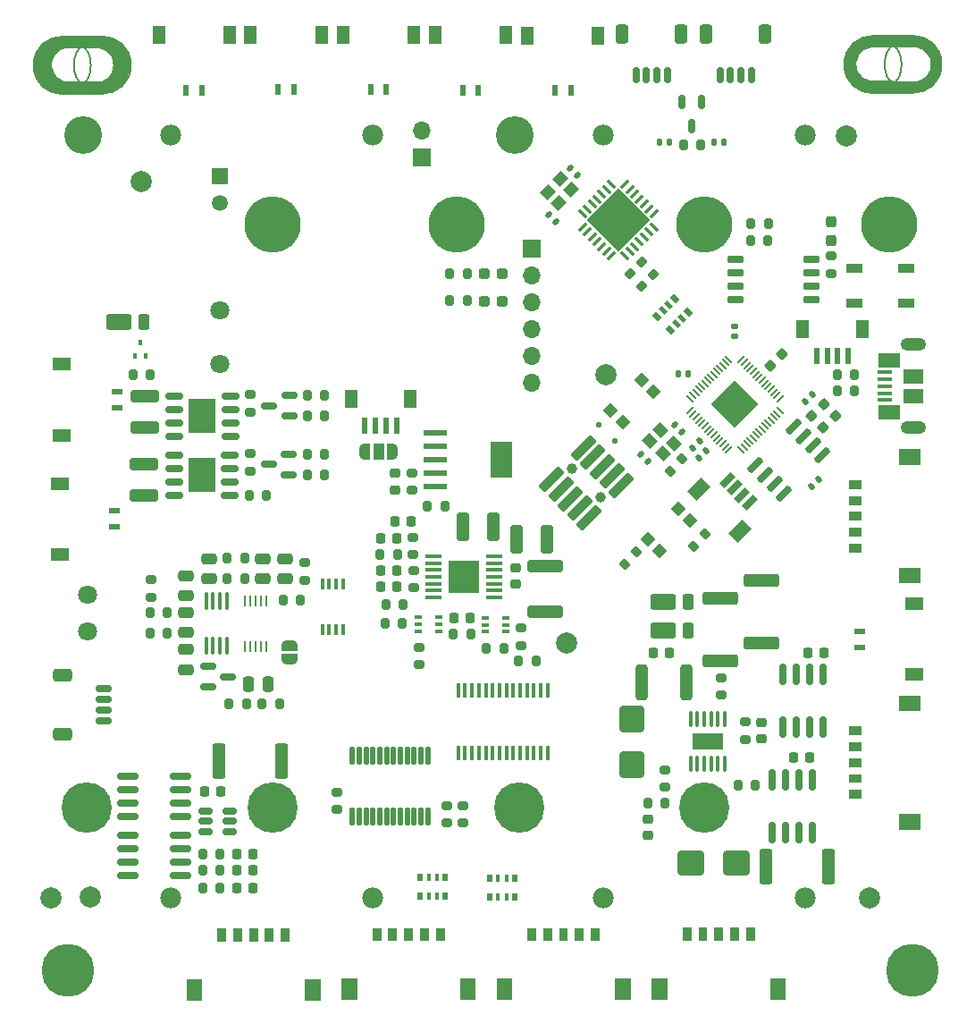
<source format=gbr>
%TF.GenerationSoftware,KiCad,Pcbnew,7.0.1*%
%TF.CreationDate,2023-12-10T19:02:08-07:00*%
%TF.ProjectId,Battery_Board_V3,42617474-6572-4795-9f42-6f6172645f56,rev?*%
%TF.SameCoordinates,Original*%
%TF.FileFunction,Soldermask,Top*%
%TF.FilePolarity,Negative*%
%FSLAX46Y46*%
G04 Gerber Fmt 4.6, Leading zero omitted, Abs format (unit mm)*
G04 Created by KiCad (PCBNEW 7.0.1) date 2023-12-10 19:02:08*
%MOMM*%
%LPD*%
G01*
G04 APERTURE LIST*
G04 Aperture macros list*
%AMRoundRect*
0 Rectangle with rounded corners*
0 $1 Rounding radius*
0 $2 $3 $4 $5 $6 $7 $8 $9 X,Y pos of 4 corners*
0 Add a 4 corners polygon primitive as box body*
4,1,4,$2,$3,$4,$5,$6,$7,$8,$9,$2,$3,0*
0 Add four circle primitives for the rounded corners*
1,1,$1+$1,$2,$3*
1,1,$1+$1,$4,$5*
1,1,$1+$1,$6,$7*
1,1,$1+$1,$8,$9*
0 Add four rect primitives between the rounded corners*
20,1,$1+$1,$2,$3,$4,$5,0*
20,1,$1+$1,$4,$5,$6,$7,0*
20,1,$1+$1,$6,$7,$8,$9,0*
20,1,$1+$1,$8,$9,$2,$3,0*%
%AMRotRect*
0 Rectangle, with rotation*
0 The origin of the aperture is its center*
0 $1 length*
0 $2 width*
0 $3 Rotation angle, in degrees counterclockwise*
0 Add horizontal line*
21,1,$1,$2,0,0,$3*%
%AMFreePoly0*
4,1,19,0.550000,-0.750000,0.000000,-0.750000,0.000000,-0.744911,-0.071157,-0.744911,-0.207708,-0.704816,-0.327430,-0.627875,-0.420627,-0.520320,-0.479746,-0.390866,-0.500000,-0.250000,-0.500000,0.250000,-0.479746,0.390866,-0.420627,0.520320,-0.327430,0.627875,-0.207708,0.704816,-0.071157,0.744911,0.000000,0.744911,0.000000,0.750000,0.550000,0.750000,0.550000,-0.750000,0.550000,-0.750000,
$1*%
%AMFreePoly1*
4,1,19,0.000000,0.744911,0.071157,0.744911,0.207708,0.704816,0.327430,0.627875,0.420627,0.520320,0.479746,0.390866,0.500000,0.250000,0.500000,-0.250000,0.479746,-0.390866,0.420627,-0.520320,0.327430,-0.627875,0.207708,-0.704816,0.071157,-0.744911,0.000000,-0.744911,0.000000,-0.750000,-0.550000,-0.750000,-0.550000,0.750000,0.000000,0.750000,0.000000,0.744911,0.000000,0.744911,
$1*%
%AMFreePoly2*
4,1,19,0.500000,-0.750000,0.000000,-0.750000,0.000000,-0.744911,-0.071157,-0.744911,-0.207708,-0.704816,-0.327430,-0.627875,-0.420627,-0.520320,-0.479746,-0.390866,-0.500000,-0.250000,-0.500000,0.250000,-0.479746,0.390866,-0.420627,0.520320,-0.327430,0.627875,-0.207708,0.704816,-0.071157,0.744911,0.000000,0.744911,0.000000,0.750000,0.500000,0.750000,0.500000,-0.750000,0.500000,-0.750000,
$1*%
%AMFreePoly3*
4,1,19,0.000000,0.744911,0.071157,0.744911,0.207708,0.704816,0.327430,0.627875,0.420627,0.520320,0.479746,0.390866,0.500000,0.250000,0.500000,-0.250000,0.479746,-0.390866,0.420627,-0.520320,0.327430,-0.627875,0.207708,-0.704816,0.071157,-0.744911,0.000000,-0.744911,0.000000,-0.750000,-0.500000,-0.750000,-0.500000,0.750000,0.000000,0.750000,0.000000,0.744911,0.000000,0.744911,
$1*%
G04 Aperture macros list end*
%ADD10C,0.150000*%
%ADD11C,0.010000*%
%ADD12RotRect,0.800000X0.500000X135.000000*%
%ADD13RotRect,0.800000X0.400000X135.000000*%
%ADD14R,0.500000X0.800000*%
%ADD15R,0.400000X0.800000*%
%ADD16RoundRect,0.200000X0.275000X-0.200000X0.275000X0.200000X-0.275000X0.200000X-0.275000X-0.200000X0*%
%ADD17RotRect,0.600000X1.550000X135.000000*%
%ADD18RotRect,1.200000X1.800000X135.000000*%
%ADD19C,5.000000*%
%ADD20RoundRect,0.225000X-0.225000X-0.250000X0.225000X-0.250000X0.225000X0.250000X-0.225000X0.250000X0*%
%ADD21C,2.000000*%
%ADD22R,1.500000X0.900000*%
%ADD23RoundRect,0.150000X0.825000X0.150000X-0.825000X0.150000X-0.825000X-0.150000X0.825000X-0.150000X0*%
%ADD24R,0.650000X0.400000*%
%ADD25RoundRect,0.200000X-0.200000X-0.275000X0.200000X-0.275000X0.200000X0.275000X-0.200000X0.275000X0*%
%ADD26RoundRect,0.150000X0.662500X0.150000X-0.662500X0.150000X-0.662500X-0.150000X0.662500X-0.150000X0*%
%ADD27R,2.514000X3.200000*%
%ADD28RoundRect,0.150000X-0.512500X-0.150000X0.512500X-0.150000X0.512500X0.150000X-0.512500X0.150000X0*%
%ADD29RoundRect,0.140000X-0.021213X0.219203X-0.219203X0.021213X0.021213X-0.219203X0.219203X-0.021213X0*%
%ADD30R,0.600000X1.000000*%
%ADD31R,1.250000X1.800000*%
%ADD32RoundRect,0.140000X-0.219203X-0.021213X-0.021213X-0.219203X0.219203X0.021213X0.021213X0.219203X0*%
%ADD33RoundRect,0.200000X0.200000X0.275000X-0.200000X0.275000X-0.200000X-0.275000X0.200000X-0.275000X0*%
%ADD34RoundRect,0.250000X0.275000X0.500000X-0.275000X0.500000X-0.275000X-0.500000X0.275000X-0.500000X0*%
%ADD35RoundRect,0.250000X0.950000X0.500000X-0.950000X0.500000X-0.950000X-0.500000X0.950000X-0.500000X0*%
%ADD36RoundRect,0.225000X-0.250000X0.225000X-0.250000X-0.225000X0.250000X-0.225000X0.250000X0.225000X0*%
%ADD37RoundRect,0.200000X0.335876X0.053033X0.053033X0.335876X-0.335876X-0.053033X-0.053033X-0.335876X0*%
%ADD38RoundRect,0.225000X0.250000X-0.225000X0.250000X0.225000X-0.250000X0.225000X-0.250000X-0.225000X0*%
%ADD39RoundRect,0.250000X-0.475000X0.250000X-0.475000X-0.250000X0.475000X-0.250000X0.475000X0.250000X0*%
%ADD40RoundRect,0.150000X0.150000X-0.825000X0.150000X0.825000X-0.150000X0.825000X-0.150000X-0.825000X0*%
%ADD41R,2.200000X0.600000*%
%ADD42R,2.150000X3.450000*%
%ADD43RoundRect,0.150000X0.406586X0.618718X-0.618718X-0.406586X-0.406586X-0.618718X0.618718X0.406586X0*%
%ADD44RoundRect,0.050800X0.000000X0.636396X-0.636396X0.000000X0.000000X-0.636396X0.636396X0.000000X0*%
%ADD45RoundRect,0.050800X0.000000X-0.636396X0.636396X0.000000X0.000000X0.636396X-0.636396X0.000000X0*%
%ADD46RoundRect,0.020500X0.184500X-0.764500X0.184500X0.764500X-0.184500X0.764500X-0.184500X-0.764500X0*%
%ADD47RoundRect,0.150000X0.587500X0.150000X-0.587500X0.150000X-0.587500X-0.150000X0.587500X-0.150000X0*%
%ADD48RoundRect,0.250000X0.362500X1.425000X-0.362500X1.425000X-0.362500X-1.425000X0.362500X-1.425000X0*%
%ADD49R,1.700000X1.700000*%
%ADD50O,1.700000X1.700000*%
%ADD51RoundRect,0.150000X0.150000X0.625000X-0.150000X0.625000X-0.150000X-0.625000X0.150000X-0.625000X0*%
%ADD52RoundRect,0.250000X0.350000X0.650000X-0.350000X0.650000X-0.350000X-0.650000X0.350000X-0.650000X0*%
%ADD53C,1.800000*%
%ADD54R,3.000000X3.100000*%
%ADD55RoundRect,0.100000X-0.687500X-0.100000X0.687500X-0.100000X0.687500X0.100000X-0.687500X0.100000X0*%
%ADD56RoundRect,0.200000X0.053033X-0.335876X0.335876X-0.053033X-0.053033X0.335876X-0.335876X0.053033X0*%
%ADD57RoundRect,0.237500X-0.237500X0.287500X-0.237500X-0.287500X0.237500X-0.287500X0.237500X0.287500X0*%
%ADD58RoundRect,0.250000X-0.362500X-1.425000X0.362500X-1.425000X0.362500X1.425000X-0.362500X1.425000X0*%
%ADD59RoundRect,0.250000X-1.000000X-0.900000X1.000000X-0.900000X1.000000X0.900000X-1.000000X0.900000X0*%
%ADD60RoundRect,0.140000X0.219203X0.021213X0.021213X0.219203X-0.219203X-0.021213X-0.021213X-0.219203X0*%
%ADD61RoundRect,0.125000X0.176777X0.000000X0.000000X0.176777X-0.176777X0.000000X0.000000X-0.176777X0*%
%ADD62RoundRect,0.150000X-0.150000X0.512500X-0.150000X-0.512500X0.150000X-0.512500X0.150000X0.512500X0*%
%ADD63RoundRect,0.150000X-0.150000X0.825000X-0.150000X-0.825000X0.150000X-0.825000X0.150000X0.825000X0*%
%ADD64RoundRect,0.200000X-0.053033X0.335876X-0.335876X0.053033X0.053033X-0.335876X0.335876X-0.053033X0*%
%ADD65RoundRect,0.237500X-0.287500X-0.237500X0.287500X-0.237500X0.287500X0.237500X-0.287500X0.237500X0*%
%ADD66R,0.400000X0.510000*%
%ADD67RoundRect,0.250000X-1.425000X0.362500X-1.425000X-0.362500X1.425000X-0.362500X1.425000X0.362500X0*%
%ADD68RoundRect,0.200000X-0.275000X0.200000X-0.275000X-0.200000X0.275000X-0.200000X0.275000X0.200000X0*%
%ADD69RoundRect,0.100000X0.100000X-0.712500X0.100000X0.712500X-0.100000X0.712500X-0.100000X-0.712500X0*%
%ADD70RoundRect,0.250000X0.325000X1.100000X-0.325000X1.100000X-0.325000X-1.100000X0.325000X-1.100000X0*%
%ADD71R,0.450000X1.475000*%
%ADD72RoundRect,0.225000X0.225000X0.250000X-0.225000X0.250000X-0.225000X-0.250000X0.225000X-0.250000X0*%
%ADD73RoundRect,0.150000X-0.650000X-0.150000X0.650000X-0.150000X0.650000X0.150000X-0.650000X0.150000X0*%
%ADD74RoundRect,0.150000X-0.587500X-0.150000X0.587500X-0.150000X0.587500X0.150000X-0.587500X0.150000X0*%
%ADD75RoundRect,0.150000X-0.625000X0.150000X-0.625000X-0.150000X0.625000X-0.150000X0.625000X0.150000X0*%
%ADD76RoundRect,0.250000X-0.650000X0.350000X-0.650000X-0.350000X0.650000X-0.350000X0.650000X0.350000X0*%
%ADD77FreePoly0,0.000000*%
%ADD78R,1.000000X1.500000*%
%ADD79FreePoly1,0.000000*%
%ADD80RoundRect,0.250000X1.100000X-0.325000X1.100000X0.325000X-1.100000X0.325000X-1.100000X-0.325000X0*%
%ADD81RoundRect,0.140000X0.170000X-0.140000X0.170000X0.140000X-0.170000X0.140000X-0.170000X-0.140000X0*%
%ADD82RoundRect,0.250000X1.425000X-0.362500X1.425000X0.362500X-1.425000X0.362500X-1.425000X-0.362500X0*%
%ADD83RoundRect,0.140000X-0.140000X-0.170000X0.140000X-0.170000X0.140000X0.170000X-0.140000X0.170000X0*%
%ADD84R,1.380000X0.450000*%
%ADD85O,2.416000X1.208000*%
%ADD86R,2.100000X1.475000*%
%ADD87R,1.900000X1.375000*%
%ADD88RoundRect,0.250000X-0.900000X1.000000X-0.900000X-1.000000X0.900000X-1.000000X0.900000X1.000000X0*%
%ADD89R,1.000000X0.600000*%
%ADD90R,1.800000X1.250000*%
%ADD91RoundRect,0.140000X0.140000X0.170000X-0.140000X0.170000X-0.140000X-0.170000X0.140000X-0.170000X0*%
%ADD92RoundRect,0.050000X-0.309359X0.238649X0.238649X-0.309359X0.309359X-0.238649X-0.238649X0.309359X0*%
%ADD93RoundRect,0.050000X-0.309359X-0.238649X-0.238649X-0.309359X0.309359X0.238649X0.238649X0.309359X0*%
%ADD94RotRect,3.200000X3.200000X315.000000*%
%ADD95RoundRect,0.250000X0.475000X-0.250000X0.475000X0.250000X-0.475000X0.250000X-0.475000X-0.250000X0*%
%ADD96R,0.250000X1.100000*%
%ADD97RoundRect,0.250000X-0.312500X-1.450000X0.312500X-1.450000X0.312500X1.450000X-0.312500X1.450000X0*%
%ADD98RoundRect,0.075000X0.362392X-0.256326X-0.256326X0.362392X-0.362392X0.256326X0.256326X-0.362392X0*%
%ADD99RoundRect,0.075000X0.362392X0.256326X0.256326X0.362392X-0.362392X-0.256326X-0.256326X-0.362392X0*%
%ADD100RotRect,4.250000X4.250000X135.000000*%
%ADD101C,1.000000*%
%ADD102RoundRect,0.050800X1.187939X0.650538X0.650538X1.187939X-1.187939X-0.650538X-0.650538X-1.187939X0*%
%ADD103R,1.508000X1.508000*%
%ADD104C,1.508000*%
%ADD105R,0.400000X1.100000*%
%ADD106R,0.600000X1.550000*%
%ADD107R,1.200000X1.800000*%
%ADD108RoundRect,0.225000X0.017678X-0.335876X0.335876X-0.017678X-0.017678X0.335876X-0.335876X0.017678X0*%
%ADD109RoundRect,0.225000X-0.335876X-0.017678X-0.017678X-0.335876X0.335876X0.017678X0.017678X0.335876X0*%
%ADD110RoundRect,0.250000X-0.325000X-1.100000X0.325000X-1.100000X0.325000X1.100000X-0.325000X1.100000X0*%
%ADD111RoundRect,0.250000X-1.450000X0.312500X-1.450000X-0.312500X1.450000X-0.312500X1.450000X0.312500X0*%
%ADD112RoundRect,0.100000X0.100000X-0.625000X0.100000X0.625000X-0.100000X0.625000X-0.100000X-0.625000X0*%
%ADD113R,2.850000X1.650000*%
%ADD114RotRect,1.150000X1.000000X315.000000*%
%ADD115RoundRect,0.250000X-0.250000X-0.475000X0.250000X-0.475000X0.250000X0.475000X-0.250000X0.475000X0*%
%ADD116RoundRect,0.140000X0.021213X-0.219203X0.219203X-0.021213X-0.021213X0.219203X-0.219203X0.021213X0*%
%ADD117RotRect,1.150000X1.000000X225.000000*%
%ADD118FreePoly2,270.000000*%
%ADD119FreePoly3,270.000000*%
%ADD120C,4.770000*%
%ADD121C,5.325000*%
%ADD122C,3.570000*%
%ADD123C,1.980000*%
G04 APERTURE END LIST*
D10*
X193457397Y-45800000D02*
G75*
G03*
X193457397Y-45800000I-2707397J0D01*
G01*
X190750000Y-48496747D02*
X194550000Y-48503254D01*
X113942531Y-48568739D02*
X117742531Y-48575246D01*
X197242408Y-45774702D02*
G75*
G03*
X197242408Y-45774702I-2692408J0D01*
G01*
X116649928Y-45871992D02*
G75*
G03*
X116649928Y-45871992I-2707397J0D01*
G01*
X120434939Y-45846694D02*
G75*
G03*
X120434939Y-45846694I-2692408J0D01*
G01*
X194600000Y-43096747D02*
X190800000Y-43103254D01*
X117792531Y-43168739D02*
X113992531Y-43175246D01*
%TO.C,J11*%
D11*
X153016200Y-134296200D02*
X151613800Y-134296200D01*
X151613800Y-132343800D01*
X153016200Y-132343800D01*
X153016200Y-134296200D01*
G36*
X153016200Y-134296200D02*
G01*
X151613800Y-134296200D01*
X151613800Y-132343800D01*
X153016200Y-132343800D01*
X153016200Y-134296200D01*
G37*
X150086200Y-128706200D02*
X149333800Y-128706200D01*
X149333800Y-127553800D01*
X150086200Y-127553800D01*
X150086200Y-128706200D01*
G36*
X150086200Y-128706200D02*
G01*
X149333800Y-128706200D01*
X149333800Y-127553800D01*
X150086200Y-127553800D01*
X150086200Y-128706200D01*
G37*
X148586200Y-128706200D02*
X147833800Y-128706200D01*
X147833800Y-127553800D01*
X148586200Y-127553800D01*
X148586200Y-128706200D01*
G36*
X148586200Y-128706200D02*
G01*
X147833800Y-128706200D01*
X147833800Y-127553800D01*
X148586200Y-127553800D01*
X148586200Y-128706200D01*
G37*
X147086200Y-128706200D02*
X146333800Y-128706200D01*
X146333800Y-127553800D01*
X147086200Y-127553800D01*
X147086200Y-128706200D01*
G36*
X147086200Y-128706200D02*
G01*
X146333800Y-128706200D01*
X146333800Y-127553800D01*
X147086200Y-127553800D01*
X147086200Y-128706200D01*
G37*
X145586200Y-128706200D02*
X144833800Y-128706200D01*
X144833800Y-127553800D01*
X145586200Y-127553800D01*
X145586200Y-128706200D01*
G36*
X145586200Y-128706200D02*
G01*
X144833800Y-128706200D01*
X144833800Y-127553800D01*
X145586200Y-127553800D01*
X145586200Y-128706200D01*
G37*
X144086200Y-128706200D02*
X143333800Y-128706200D01*
X143333800Y-127553800D01*
X144086200Y-127553800D01*
X144086200Y-128706200D01*
G36*
X144086200Y-128706200D02*
G01*
X143333800Y-128706200D01*
X143333800Y-127553800D01*
X144086200Y-127553800D01*
X144086200Y-128706200D01*
G37*
X141806200Y-134296200D02*
X140403800Y-134296200D01*
X140403800Y-132343800D01*
X141806200Y-132343800D01*
X141806200Y-134296200D01*
G36*
X141806200Y-134296200D02*
G01*
X140403800Y-134296200D01*
X140403800Y-132343800D01*
X141806200Y-132343800D01*
X141806200Y-134296200D01*
G37*
%TO.C,J13*%
X182396200Y-134266200D02*
X180993800Y-134266200D01*
X180993800Y-132313800D01*
X182396200Y-132313800D01*
X182396200Y-134266200D01*
G36*
X182396200Y-134266200D02*
G01*
X180993800Y-134266200D01*
X180993800Y-132313800D01*
X182396200Y-132313800D01*
X182396200Y-134266200D01*
G37*
X179466200Y-128676200D02*
X178713800Y-128676200D01*
X178713800Y-127523800D01*
X179466200Y-127523800D01*
X179466200Y-128676200D01*
G36*
X179466200Y-128676200D02*
G01*
X178713800Y-128676200D01*
X178713800Y-127523800D01*
X179466200Y-127523800D01*
X179466200Y-128676200D01*
G37*
X177966200Y-128676200D02*
X177213800Y-128676200D01*
X177213800Y-127523800D01*
X177966200Y-127523800D01*
X177966200Y-128676200D01*
G36*
X177966200Y-128676200D02*
G01*
X177213800Y-128676200D01*
X177213800Y-127523800D01*
X177966200Y-127523800D01*
X177966200Y-128676200D01*
G37*
X176466200Y-128676200D02*
X175713800Y-128676200D01*
X175713800Y-127523800D01*
X176466200Y-127523800D01*
X176466200Y-128676200D01*
G36*
X176466200Y-128676200D02*
G01*
X175713800Y-128676200D01*
X175713800Y-127523800D01*
X176466200Y-127523800D01*
X176466200Y-128676200D01*
G37*
X174966200Y-128676200D02*
X174213800Y-128676200D01*
X174213800Y-127523800D01*
X174966200Y-127523800D01*
X174966200Y-128676200D01*
G36*
X174966200Y-128676200D02*
G01*
X174213800Y-128676200D01*
X174213800Y-127523800D01*
X174966200Y-127523800D01*
X174966200Y-128676200D01*
G37*
X173466200Y-128676200D02*
X172713800Y-128676200D01*
X172713800Y-127523800D01*
X173466200Y-127523800D01*
X173466200Y-128676200D01*
G36*
X173466200Y-128676200D02*
G01*
X172713800Y-128676200D01*
X172713800Y-127523800D01*
X173466200Y-127523800D01*
X173466200Y-128676200D01*
G37*
X171186200Y-134266200D02*
X169783800Y-134266200D01*
X169783800Y-132313800D01*
X171186200Y-132313800D01*
X171186200Y-134266200D01*
G36*
X171186200Y-134266200D02*
G01*
X169783800Y-134266200D01*
X169783800Y-132313800D01*
X171186200Y-132313800D01*
X171186200Y-134266200D01*
G37*
%TO.C,J14*%
X195186200Y-106941200D02*
X193233800Y-106941200D01*
X193233800Y-105538800D01*
X195186200Y-105538800D01*
X195186200Y-106941200D01*
G36*
X195186200Y-106941200D02*
G01*
X193233800Y-106941200D01*
X193233800Y-105538800D01*
X195186200Y-105538800D01*
X195186200Y-106941200D01*
G37*
X189596200Y-109221200D02*
X188443800Y-109221200D01*
X188443800Y-108468800D01*
X189596200Y-108468800D01*
X189596200Y-109221200D01*
G36*
X189596200Y-109221200D02*
G01*
X188443800Y-109221200D01*
X188443800Y-108468800D01*
X189596200Y-108468800D01*
X189596200Y-109221200D01*
G37*
X189596200Y-110721200D02*
X188443800Y-110721200D01*
X188443800Y-109968800D01*
X189596200Y-109968800D01*
X189596200Y-110721200D01*
G36*
X189596200Y-110721200D02*
G01*
X188443800Y-110721200D01*
X188443800Y-109968800D01*
X189596200Y-109968800D01*
X189596200Y-110721200D01*
G37*
X189596200Y-112221200D02*
X188443800Y-112221200D01*
X188443800Y-111468800D01*
X189596200Y-111468800D01*
X189596200Y-112221200D01*
G36*
X189596200Y-112221200D02*
G01*
X188443800Y-112221200D01*
X188443800Y-111468800D01*
X189596200Y-111468800D01*
X189596200Y-112221200D01*
G37*
X189596200Y-113721200D02*
X188443800Y-113721200D01*
X188443800Y-112968800D01*
X189596200Y-112968800D01*
X189596200Y-113721200D01*
G36*
X189596200Y-113721200D02*
G01*
X188443800Y-113721200D01*
X188443800Y-112968800D01*
X189596200Y-112968800D01*
X189596200Y-113721200D01*
G37*
X189596200Y-115221200D02*
X188443800Y-115221200D01*
X188443800Y-114468800D01*
X189596200Y-114468800D01*
X189596200Y-115221200D01*
G36*
X189596200Y-115221200D02*
G01*
X188443800Y-115221200D01*
X188443800Y-114468800D01*
X189596200Y-114468800D01*
X189596200Y-115221200D01*
G37*
X195186200Y-118151200D02*
X193233800Y-118151200D01*
X193233800Y-116748800D01*
X195186200Y-116748800D01*
X195186200Y-118151200D01*
G36*
X195186200Y-118151200D02*
G01*
X193233800Y-118151200D01*
X193233800Y-116748800D01*
X195186200Y-116748800D01*
X195186200Y-118151200D01*
G37*
%TO.C,J12*%
X167696200Y-134276200D02*
X166293800Y-134276200D01*
X166293800Y-132323800D01*
X167696200Y-132323800D01*
X167696200Y-134276200D01*
G36*
X167696200Y-134276200D02*
G01*
X166293800Y-134276200D01*
X166293800Y-132323800D01*
X167696200Y-132323800D01*
X167696200Y-134276200D01*
G37*
X164766200Y-128686200D02*
X164013800Y-128686200D01*
X164013800Y-127533800D01*
X164766200Y-127533800D01*
X164766200Y-128686200D01*
G36*
X164766200Y-128686200D02*
G01*
X164013800Y-128686200D01*
X164013800Y-127533800D01*
X164766200Y-127533800D01*
X164766200Y-128686200D01*
G37*
X163266200Y-128686200D02*
X162513800Y-128686200D01*
X162513800Y-127533800D01*
X163266200Y-127533800D01*
X163266200Y-128686200D01*
G36*
X163266200Y-128686200D02*
G01*
X162513800Y-128686200D01*
X162513800Y-127533800D01*
X163266200Y-127533800D01*
X163266200Y-128686200D01*
G37*
X161766200Y-128686200D02*
X161013800Y-128686200D01*
X161013800Y-127533800D01*
X161766200Y-127533800D01*
X161766200Y-128686200D01*
G36*
X161766200Y-128686200D02*
G01*
X161013800Y-128686200D01*
X161013800Y-127533800D01*
X161766200Y-127533800D01*
X161766200Y-128686200D01*
G37*
X160266200Y-128686200D02*
X159513800Y-128686200D01*
X159513800Y-127533800D01*
X160266200Y-127533800D01*
X160266200Y-128686200D01*
G36*
X160266200Y-128686200D02*
G01*
X159513800Y-128686200D01*
X159513800Y-127533800D01*
X160266200Y-127533800D01*
X160266200Y-128686200D01*
G37*
X158766200Y-128686200D02*
X158013800Y-128686200D01*
X158013800Y-127533800D01*
X158766200Y-127533800D01*
X158766200Y-128686200D01*
G36*
X158766200Y-128686200D02*
G01*
X158013800Y-128686200D01*
X158013800Y-127533800D01*
X158766200Y-127533800D01*
X158766200Y-128686200D01*
G37*
X156486200Y-134276200D02*
X155083800Y-134276200D01*
X155083800Y-132323800D01*
X156486200Y-132323800D01*
X156486200Y-134276200D01*
G36*
X156486200Y-134276200D02*
G01*
X155083800Y-134276200D01*
X155083800Y-132323800D01*
X156486200Y-132323800D01*
X156486200Y-134276200D01*
G37*
%TO.C,J10*%
X138321200Y-134316200D02*
X136918800Y-134316200D01*
X136918800Y-132363800D01*
X138321200Y-132363800D01*
X138321200Y-134316200D01*
G36*
X138321200Y-134316200D02*
G01*
X136918800Y-134316200D01*
X136918800Y-132363800D01*
X138321200Y-132363800D01*
X138321200Y-134316200D01*
G37*
X135391200Y-128726200D02*
X134638800Y-128726200D01*
X134638800Y-127573800D01*
X135391200Y-127573800D01*
X135391200Y-128726200D01*
G36*
X135391200Y-128726200D02*
G01*
X134638800Y-128726200D01*
X134638800Y-127573800D01*
X135391200Y-127573800D01*
X135391200Y-128726200D01*
G37*
X133891200Y-128726200D02*
X133138800Y-128726200D01*
X133138800Y-127573800D01*
X133891200Y-127573800D01*
X133891200Y-128726200D01*
G36*
X133891200Y-128726200D02*
G01*
X133138800Y-128726200D01*
X133138800Y-127573800D01*
X133891200Y-127573800D01*
X133891200Y-128726200D01*
G37*
X132391200Y-128726200D02*
X131638800Y-128726200D01*
X131638800Y-127573800D01*
X132391200Y-127573800D01*
X132391200Y-128726200D01*
G36*
X132391200Y-128726200D02*
G01*
X131638800Y-128726200D01*
X131638800Y-127573800D01*
X132391200Y-127573800D01*
X132391200Y-128726200D01*
G37*
X130891200Y-128726200D02*
X130138800Y-128726200D01*
X130138800Y-127573800D01*
X130891200Y-127573800D01*
X130891200Y-128726200D01*
G36*
X130891200Y-128726200D02*
G01*
X130138800Y-128726200D01*
X130138800Y-127573800D01*
X130891200Y-127573800D01*
X130891200Y-128726200D01*
G37*
X129391200Y-128726200D02*
X128638800Y-128726200D01*
X128638800Y-127573800D01*
X129391200Y-127573800D01*
X129391200Y-128726200D01*
G36*
X129391200Y-128726200D02*
G01*
X128638800Y-128726200D01*
X128638800Y-127573800D01*
X129391200Y-127573800D01*
X129391200Y-128726200D01*
G37*
X127111200Y-134316200D02*
X125708800Y-134316200D01*
X125708800Y-132363800D01*
X127111200Y-132363800D01*
X127111200Y-134316200D01*
G36*
X127111200Y-134316200D02*
G01*
X125708800Y-134316200D01*
X125708800Y-132363800D01*
X127111200Y-132363800D01*
X127111200Y-134316200D01*
G37*
%TO.C,J15*%
X195206200Y-83626200D02*
X193253800Y-83626200D01*
X193253800Y-82223800D01*
X195206200Y-82223800D01*
X195206200Y-83626200D01*
G36*
X195206200Y-83626200D02*
G01*
X193253800Y-83626200D01*
X193253800Y-82223800D01*
X195206200Y-82223800D01*
X195206200Y-83626200D01*
G37*
X189616200Y-85906200D02*
X188463800Y-85906200D01*
X188463800Y-85153800D01*
X189616200Y-85153800D01*
X189616200Y-85906200D01*
G36*
X189616200Y-85906200D02*
G01*
X188463800Y-85906200D01*
X188463800Y-85153800D01*
X189616200Y-85153800D01*
X189616200Y-85906200D01*
G37*
X189616200Y-87406200D02*
X188463800Y-87406200D01*
X188463800Y-86653800D01*
X189616200Y-86653800D01*
X189616200Y-87406200D01*
G36*
X189616200Y-87406200D02*
G01*
X188463800Y-87406200D01*
X188463800Y-86653800D01*
X189616200Y-86653800D01*
X189616200Y-87406200D01*
G37*
X189616200Y-88906200D02*
X188463800Y-88906200D01*
X188463800Y-88153800D01*
X189616200Y-88153800D01*
X189616200Y-88906200D01*
G36*
X189616200Y-88906200D02*
G01*
X188463800Y-88906200D01*
X188463800Y-88153800D01*
X189616200Y-88153800D01*
X189616200Y-88906200D01*
G37*
X189616200Y-90406200D02*
X188463800Y-90406200D01*
X188463800Y-89653800D01*
X189616200Y-89653800D01*
X189616200Y-90406200D01*
G36*
X189616200Y-90406200D02*
G01*
X188463800Y-90406200D01*
X188463800Y-89653800D01*
X189616200Y-89653800D01*
X189616200Y-90406200D01*
G37*
X189616200Y-91906200D02*
X188463800Y-91906200D01*
X188463800Y-91153800D01*
X189616200Y-91153800D01*
X189616200Y-91906200D01*
G36*
X189616200Y-91906200D02*
G01*
X188463800Y-91906200D01*
X188463800Y-91153800D01*
X189616200Y-91153800D01*
X189616200Y-91906200D01*
G37*
X195206200Y-94836200D02*
X193253800Y-94836200D01*
X193253800Y-93433800D01*
X195206200Y-93433800D01*
X195206200Y-94836200D01*
G36*
X195206200Y-94836200D02*
G01*
X193253800Y-94836200D01*
X193253800Y-93433800D01*
X195206200Y-93433800D01*
X195206200Y-94836200D01*
G37*
%TD*%
D12*
%TO.C,R48*%
X171537868Y-70934924D03*
D13*
X172103553Y-70369239D03*
X172669239Y-69803553D03*
D12*
X173234924Y-69237868D03*
X171962132Y-67965076D03*
D13*
X171396447Y-68530761D03*
X170830761Y-69096447D03*
D12*
X170265076Y-69662132D03*
%TD*%
D14*
%TO.C,R18*%
X156840000Y-122790000D03*
D15*
X156040000Y-122790000D03*
X155240000Y-122790000D03*
D14*
X154440000Y-122790000D03*
X154440000Y-124590000D03*
D15*
X155240000Y-124590000D03*
X156040000Y-124590000D03*
D14*
X156840000Y-124590000D03*
%TD*%
%TO.C,R16*%
X150250000Y-122760000D03*
D15*
X149450000Y-122760000D03*
X148650000Y-122760000D03*
D14*
X147850000Y-122760000D03*
X147850000Y-124560000D03*
D15*
X148650000Y-124560000D03*
X149450000Y-124560000D03*
D14*
X150250000Y-124560000D03*
%TD*%
D16*
%TO.C,R57*%
X186790000Y-65585000D03*
X186790000Y-63935000D03*
%TD*%
D17*
%TO.C,J21*%
X179057577Y-87283744D03*
X178350470Y-86576637D03*
X177643363Y-85869530D03*
X176936256Y-85162423D03*
D18*
X178191371Y-89988427D03*
X174231573Y-86028629D03*
%TD*%
D19*
%TO.C,*%
X194500000Y-131530000D03*
%TD*%
D20*
%TO.C,C1*%
X144082500Y-90615000D03*
X145632500Y-90615000D03*
%TD*%
D21*
%TO.C,TP6*%
X121450000Y-56840000D03*
%TD*%
D22*
%TO.C,LED1*%
X193870000Y-68420000D03*
X193870000Y-65120000D03*
X188970000Y-65120000D03*
X188970000Y-68420000D03*
%TD*%
D23*
%TO.C,Q2*%
X125124999Y-122585000D03*
X125124999Y-121315000D03*
X125124999Y-120045000D03*
X125124999Y-118775000D03*
X120174999Y-118775000D03*
X120174999Y-120045000D03*
X120174999Y-121315000D03*
X120174999Y-122585000D03*
%TD*%
D24*
%TO.C,Q3*%
X154057500Y-98180000D03*
X154057500Y-98830000D03*
X154057500Y-99480000D03*
X155957500Y-99480000D03*
X155957500Y-98830000D03*
X155957500Y-98180000D03*
%TD*%
D25*
%TO.C,R4*%
X127225000Y-120530000D03*
X128875000Y-120530000D03*
%TD*%
D26*
%TO.C,Q9*%
X129840002Y-86574999D03*
X129840002Y-85304999D03*
X129840002Y-84034999D03*
X129840002Y-82764999D03*
X124565002Y-82764999D03*
X124565002Y-84034999D03*
X124565002Y-85304999D03*
X124565002Y-86574999D03*
D27*
X127202502Y-84669999D03*
%TD*%
D28*
%TO.C,U1*%
X127542500Y-116500000D03*
X127542500Y-117450000D03*
X127542500Y-118400000D03*
X129817500Y-118400000D03*
X129817500Y-117450000D03*
X129817500Y-116500000D03*
%TD*%
D29*
%TO.C,C31*%
X185639411Y-85060589D03*
X184960589Y-85739411D03*
%TD*%
D30*
%TO.C,J7*%
X153370000Y-48210000D03*
X151870000Y-48210000D03*
D31*
X155975000Y-43020000D03*
X149265000Y-43020000D03*
%TD*%
D32*
%TO.C,C20*%
X171960589Y-79870589D03*
X172639411Y-80549411D03*
%TD*%
D33*
%TO.C,FB3*%
X131215000Y-94502499D03*
X129565000Y-94502499D03*
%TD*%
D34*
%TO.C,D1*%
X121640001Y-70154998D03*
D35*
X119265001Y-70154998D03*
%TD*%
D33*
%TO.C,R19*%
X133285000Y-86564998D03*
X131635000Y-86564998D03*
%TD*%
D36*
%TO.C,C40*%
X180220000Y-108085000D03*
X180220000Y-109635000D03*
%TD*%
D30*
%TO.C,J8*%
X162110000Y-48230000D03*
X160610000Y-48230000D03*
D31*
X164715000Y-43040000D03*
X158005000Y-43040000D03*
%TD*%
D33*
%TO.C,R31*%
X180825000Y-60880000D03*
X179175000Y-60880000D03*
%TD*%
D25*
%TO.C,R43*%
X169415000Y-115690000D03*
X171065000Y-115690000D03*
%TD*%
D37*
%TO.C,R40*%
X169963503Y-65683595D03*
X168796777Y-64516869D03*
%TD*%
D38*
%TO.C,C13*%
X145467500Y-86055000D03*
X145467500Y-84505000D03*
%TD*%
D39*
%TO.C,C18*%
X125665000Y-97682499D03*
X125665000Y-99582499D03*
%TD*%
D40*
%TO.C,U14*%
X182215000Y-108495000D03*
X183485000Y-108495000D03*
X184755000Y-108495000D03*
X186025000Y-108495000D03*
X186025000Y-103545000D03*
X184755000Y-103545000D03*
X183485000Y-103545000D03*
X182215000Y-103545000D03*
%TD*%
D41*
%TO.C,U6*%
X149270000Y-80630000D03*
X149270000Y-81900000D03*
X149270000Y-83170000D03*
X149270000Y-84440000D03*
X149270000Y-85710000D03*
D42*
X155570000Y-83170000D03*
%TD*%
D43*
%TO.C,U13*%
X185957838Y-82766238D03*
X185059813Y-81868213D03*
X184161787Y-80970187D03*
X183263762Y-80072162D03*
X179622162Y-83713762D03*
X180520187Y-84611787D03*
X181418213Y-85509813D03*
X182316238Y-86407838D03*
%TD*%
D44*
%TO.C,SW1*%
X167046117Y-79685254D03*
X169945254Y-76786117D03*
X165914746Y-78553883D03*
X168813883Y-75654746D03*
%TD*%
D25*
%TO.C,FB1*%
X132890000Y-106322499D03*
X134540000Y-106322499D03*
%TD*%
D45*
%TO.C,SW2*%
X172313883Y-87844746D03*
X169414746Y-90743883D03*
X173445254Y-88976117D03*
X170546117Y-91875254D03*
%TD*%
D21*
%TO.C,TP1*%
X161720000Y-100590000D03*
%TD*%
D20*
%TO.C,C12*%
X151052500Y-98160000D03*
X152602500Y-98160000D03*
%TD*%
D38*
%TO.C,C6*%
X156907500Y-95015000D03*
X156907500Y-93465000D03*
%TD*%
D46*
%TO.C,U5*%
X141420000Y-117000000D03*
X142070000Y-117000000D03*
X142720000Y-117000000D03*
X143370000Y-117000000D03*
X144020000Y-117000000D03*
X144670000Y-117000000D03*
X145320000Y-117000000D03*
X145970000Y-117000000D03*
X146620000Y-117000000D03*
X147270000Y-117000000D03*
X147920000Y-117000000D03*
X148570000Y-117000000D03*
X148570000Y-111260000D03*
X147920000Y-111260000D03*
X147270000Y-111260000D03*
X146620000Y-111260000D03*
X145970000Y-111260000D03*
X145320000Y-111260000D03*
X144670000Y-111260000D03*
X144020000Y-111260000D03*
X143370000Y-111260000D03*
X142720000Y-111260000D03*
X142070000Y-111260000D03*
X141420000Y-111260000D03*
%TD*%
D47*
%TO.C,Q7*%
X135407501Y-84619998D03*
X135407501Y-82719998D03*
X133532501Y-83669998D03*
%TD*%
D21*
%TO.C,TP2*%
X116620000Y-124620000D03*
%TD*%
D25*
%TO.C,R54*%
X187340000Y-76720000D03*
X188990000Y-76720000D03*
%TD*%
D48*
%TO.C,R1*%
X134712500Y-111740000D03*
X128787500Y-111740000D03*
%TD*%
D49*
%TO.C,J25*%
X158440000Y-63220000D03*
D50*
X158440000Y-65760000D03*
X158440000Y-68300000D03*
X158440000Y-70840000D03*
X158440000Y-73380000D03*
X158440000Y-75920000D03*
%TD*%
D51*
%TO.C,J20*%
X171300000Y-46780000D03*
X170300000Y-46780000D03*
X169300000Y-46780000D03*
X168300000Y-46780000D03*
D52*
X172600000Y-42905000D03*
X167000000Y-42905000D03*
%TD*%
D53*
%TO.C,J18*%
X116315001Y-99472500D03*
X116315001Y-95972500D03*
%TD*%
D54*
%TO.C,U3*%
X151977500Y-94300000D03*
D55*
X149115000Y-92350000D03*
X149115000Y-93000000D03*
X149115000Y-93650000D03*
X149115000Y-94300000D03*
X149115000Y-94950000D03*
X149115000Y-95600000D03*
X149115000Y-96250000D03*
X154840000Y-96250000D03*
X154840000Y-95600000D03*
X154840000Y-94950000D03*
X154840000Y-94300000D03*
X154840000Y-93650000D03*
X154840000Y-93000000D03*
X154840000Y-92350000D03*
%TD*%
D56*
%TO.C,R45*%
X173716637Y-91403363D03*
X174883363Y-90236637D03*
%TD*%
D49*
%TO.C,J1*%
X147990000Y-54600000D03*
D50*
X147990000Y-52060000D03*
%TD*%
D16*
%TO.C,R52*%
X178650000Y-109685000D03*
X178650000Y-108035000D03*
%TD*%
D33*
%TO.C,R10*%
X155762500Y-101060000D03*
X154112500Y-101060000D03*
%TD*%
D16*
%TO.C,R20*%
X139990000Y-116330000D03*
X139990000Y-114680000D03*
%TD*%
D39*
%TO.C,C27*%
X132924999Y-92572500D03*
X132924999Y-94472500D03*
%TD*%
D25*
%TO.C,R53*%
X187340000Y-75180000D03*
X188990000Y-75180000D03*
%TD*%
D33*
%TO.C,R9*%
X122302500Y-75170000D03*
X120652500Y-75170000D03*
%TD*%
D56*
%TO.C,R36*%
X167200000Y-93110000D03*
X168366726Y-91943274D03*
%TD*%
D57*
%TO.C,D10*%
X186770000Y-62435000D03*
X186770000Y-60685000D03*
%TD*%
D58*
%TO.C,R49*%
X180597500Y-121770000D03*
X186522500Y-121770000D03*
%TD*%
D59*
%TO.C,D4*%
X173502500Y-121420000D03*
X177802500Y-121420000D03*
%TD*%
D51*
%TO.C,J22*%
X179250000Y-46800000D03*
X178250000Y-46800000D03*
X177250000Y-46800000D03*
X176250000Y-46800000D03*
D52*
X180550000Y-42925000D03*
X174950000Y-42925000D03*
%TD*%
D60*
%TO.C,C21*%
X169389411Y-83379411D03*
X168710589Y-82700589D03*
%TD*%
D61*
%TO.C,D8*%
X164772183Y-79872183D03*
X166327817Y-81427817D03*
%TD*%
D62*
%TO.C,D5*%
X174522500Y-49312500D03*
X172622500Y-49312500D03*
X173572500Y-51587500D03*
%TD*%
D63*
%TO.C,U12*%
X185025000Y-113555000D03*
X183755000Y-113555000D03*
X182485000Y-113555000D03*
X181215000Y-113555000D03*
X181215000Y-118505000D03*
X182485000Y-118505000D03*
X183755000Y-118505000D03*
X185025000Y-118505000D03*
%TD*%
D16*
%TO.C,R6*%
X147137500Y-92210000D03*
X147137500Y-90560000D03*
%TD*%
D64*
%TO.C,R38*%
X172683363Y-83136637D03*
X171516637Y-84303363D03*
%TD*%
D65*
%TO.C,D2*%
X155670000Y-68240000D03*
X153920000Y-68240000D03*
%TD*%
D66*
%TO.C,Q4*%
X120841957Y-73425562D03*
X121841957Y-73425562D03*
X121341957Y-72135562D03*
%TD*%
D67*
%TO.C,R55*%
X176250000Y-96307500D03*
X176250000Y-102232500D03*
%TD*%
D25*
%TO.C,R37*%
X129760000Y-106302499D03*
X131410000Y-106302499D03*
%TD*%
D68*
%TO.C,R25*%
X147057500Y-84455000D03*
X147057500Y-86105000D03*
%TD*%
D25*
%TO.C,R26*%
X148552500Y-87640000D03*
X150202500Y-87640000D03*
%TD*%
D32*
%TO.C,C35*%
X160049866Y-59984315D03*
X160728688Y-60663137D03*
%TD*%
D36*
%TO.C,C34*%
X169450000Y-117235000D03*
X169450000Y-118785000D03*
%TD*%
D30*
%TO.C,J5*%
X135890000Y-48177500D03*
X134390000Y-48177500D03*
D31*
X138495000Y-42987500D03*
X131785000Y-42987500D03*
%TD*%
D32*
%TO.C,C36*%
X162036836Y-55564897D03*
X162715658Y-56243719D03*
%TD*%
D39*
%TO.C,C16*%
X135085000Y-92592499D03*
X135085000Y-94492499D03*
%TD*%
D69*
%TO.C,U9*%
X127570000Y-100835000D03*
X128220000Y-100835000D03*
X128870000Y-100835000D03*
X129520000Y-100835000D03*
X129520000Y-96610000D03*
X128870000Y-96610000D03*
X128220000Y-96610000D03*
X127570000Y-96610000D03*
%TD*%
D33*
%TO.C,R47*%
X179615000Y-114000000D03*
X177965000Y-114000000D03*
%TD*%
D29*
%TO.C,C33*%
X174339411Y-81460589D03*
X173660589Y-82139411D03*
%TD*%
D70*
%TO.C,C4*%
X154822500Y-89530000D03*
X151872500Y-89530000D03*
%TD*%
D34*
%TO.C,D6*%
X173225000Y-99350000D03*
D35*
X170850000Y-99350000D03*
%TD*%
D71*
%TO.C,IC1*%
X151465000Y-110958000D03*
X152115000Y-110958000D03*
X152765000Y-110958000D03*
X153415000Y-110958000D03*
X154065000Y-110958000D03*
X154715000Y-110958000D03*
X155365000Y-110958000D03*
X156015000Y-110958000D03*
X156665000Y-110958000D03*
X157315000Y-110958000D03*
X157965000Y-110958000D03*
X158615000Y-110958000D03*
X159265000Y-110958000D03*
X159915000Y-110958000D03*
X159915000Y-105082000D03*
X159265000Y-105082000D03*
X158615000Y-105082000D03*
X157965000Y-105082000D03*
X157315000Y-105082000D03*
X156665000Y-105082000D03*
X156015000Y-105082000D03*
X155365000Y-105082000D03*
X154715000Y-105082000D03*
X154065000Y-105082000D03*
X153415000Y-105082000D03*
X152765000Y-105082000D03*
X152115000Y-105082000D03*
X151465000Y-105082000D03*
%TD*%
D72*
%TO.C,C7*%
X131995000Y-123720000D03*
X130445000Y-123720000D03*
%TD*%
D29*
%TO.C,C26*%
X185009411Y-77030589D03*
X184330589Y-77709411D03*
%TD*%
D25*
%TO.C,R12*%
X151012500Y-99750000D03*
X152662500Y-99750000D03*
%TD*%
D33*
%TO.C,R22*%
X138817501Y-82669999D03*
X137167501Y-82669999D03*
%TD*%
D73*
%TO.C,U8*%
X177720000Y-64275000D03*
X177720000Y-65545000D03*
X177720000Y-66815000D03*
X177720000Y-68085000D03*
X184920000Y-68085000D03*
X184920000Y-66815000D03*
X184920000Y-65545000D03*
X184920000Y-64275000D03*
%TD*%
D16*
%TO.C,R15*%
X147777500Y-102595000D03*
X147777500Y-100945000D03*
%TD*%
D25*
%TO.C,R56*%
X179155000Y-62450000D03*
X180805000Y-62450000D03*
%TD*%
D21*
%TO.C,TP8*%
X165470000Y-75160000D03*
%TD*%
D72*
%TO.C,C10*%
X145622500Y-95260000D03*
X144072500Y-95260000D03*
%TD*%
D24*
%TO.C,Q5*%
X149587500Y-99440000D03*
X149587500Y-98790000D03*
X149587500Y-98140000D03*
X147687500Y-98140000D03*
X147687500Y-98790000D03*
X147687500Y-99440000D03*
%TD*%
D47*
%TO.C,Q6*%
X135440002Y-79039999D03*
X135440002Y-77139999D03*
X133565002Y-78089999D03*
%TD*%
D33*
%TO.C,FB2*%
X131210000Y-92552500D03*
X129560000Y-92552500D03*
%TD*%
D72*
%TO.C,C11*%
X145627500Y-93730000D03*
X144077500Y-93730000D03*
%TD*%
D74*
%TO.C,U10*%
X127767500Y-102802500D03*
X127767500Y-104702500D03*
X129642500Y-103752500D03*
%TD*%
D72*
%TO.C,C8*%
X132015001Y-120540000D03*
X130465001Y-120540000D03*
%TD*%
D33*
%TO.C,R3*%
X128885000Y-123740000D03*
X127235000Y-123740000D03*
%TD*%
D75*
%TO.C,J16*%
X117890000Y-104910000D03*
X117890000Y-105910000D03*
X117890000Y-106910000D03*
X117890000Y-107910000D03*
D76*
X114015000Y-103610000D03*
X114015000Y-109210000D03*
%TD*%
D25*
%TO.C,R13*%
X157182500Y-102260000D03*
X158832500Y-102260000D03*
%TD*%
D21*
%TO.C,TP5*%
X188260000Y-52580000D03*
%TD*%
D20*
%TO.C,C42*%
X184575000Y-101520000D03*
X186125000Y-101520000D03*
%TD*%
D77*
%TO.C,JP1*%
X142607500Y-82460000D03*
D78*
X143907500Y-82460000D03*
D79*
X145207500Y-82460000D03*
%TD*%
D72*
%TO.C,C9*%
X132005000Y-122090000D03*
X130455000Y-122090000D03*
%TD*%
D80*
%TO.C,C14*%
X121732500Y-80184998D03*
X121732500Y-77234998D03*
%TD*%
D16*
%TO.C,R30*%
X151940000Y-117620000D03*
X151940000Y-115970000D03*
%TD*%
D81*
%TO.C,C29*%
X177630000Y-71530000D03*
X177630000Y-70570000D03*
%TD*%
D82*
%TO.C,R50*%
X180210000Y-100592500D03*
X180210000Y-94667500D03*
%TD*%
D83*
%TO.C,C37*%
X175690000Y-53130000D03*
X176650000Y-53130000D03*
%TD*%
D84*
%TO.C,J24*%
X191890000Y-74947500D03*
X191890000Y-75597500D03*
X191890000Y-76247500D03*
X191890000Y-76897500D03*
X191890000Y-77547500D03*
D85*
X194550000Y-80197500D03*
D86*
X192250000Y-78710000D03*
D87*
X194550000Y-77185000D03*
X194550000Y-75310000D03*
D86*
X192250000Y-73785000D03*
D85*
X194550000Y-72297500D03*
%TD*%
D88*
%TO.C,D7*%
X167900000Y-107792500D03*
X167900000Y-112092500D03*
%TD*%
D68*
%TO.C,R27*%
X131742501Y-77054999D03*
X131742501Y-78704999D03*
%TD*%
D89*
%TO.C,J4*%
X189480000Y-100950000D03*
X189480000Y-99450000D03*
D90*
X194670000Y-103555000D03*
X194670000Y-96845000D03*
%TD*%
D20*
%TO.C,C2*%
X145447500Y-89075000D03*
X146997500Y-89075000D03*
%TD*%
D33*
%TO.C,R39*%
X152310000Y-68160000D03*
X150660000Y-68160000D03*
%TD*%
D25*
%TO.C,R23*%
X137147502Y-79059999D03*
X138797502Y-79059999D03*
%TD*%
D91*
%TO.C,C32*%
X173270000Y-75050000D03*
X172310000Y-75050000D03*
%TD*%
D89*
%TO.C,J2*%
X118900000Y-88055000D03*
X118900000Y-89555000D03*
D90*
X113710000Y-85450000D03*
X113710000Y-92160000D03*
%TD*%
D92*
%TO.C,IC3*%
X177074326Y-73728730D03*
X176791483Y-74011573D03*
X176508641Y-74294415D03*
X176225798Y-74577258D03*
X175942955Y-74860101D03*
X175660113Y-75142943D03*
X175377270Y-75425786D03*
X175094427Y-75708629D03*
X174811584Y-75991472D03*
X174528742Y-76274314D03*
X174245899Y-76557157D03*
X173963056Y-76840000D03*
X173680214Y-77122842D03*
X173397371Y-77405685D03*
D93*
X173397371Y-78590089D03*
X173680214Y-78872932D03*
X173963056Y-79155774D03*
X174245899Y-79438617D03*
X174528742Y-79721460D03*
X174811584Y-80004302D03*
X175094427Y-80287145D03*
X175377270Y-80569988D03*
X175660113Y-80852831D03*
X175942955Y-81135673D03*
X176225798Y-81418516D03*
X176508641Y-81701359D03*
X176791483Y-81984201D03*
X177074326Y-82267044D03*
D92*
X178258730Y-82267044D03*
X178541573Y-81984201D03*
X178824415Y-81701359D03*
X179107258Y-81418516D03*
X179390101Y-81135673D03*
X179672943Y-80852831D03*
X179955786Y-80569988D03*
X180238629Y-80287145D03*
X180521472Y-80004302D03*
X180804314Y-79721460D03*
X181087157Y-79438617D03*
X181370000Y-79155774D03*
X181652842Y-78872932D03*
X181935685Y-78590089D03*
D93*
X181935685Y-77405685D03*
X181652842Y-77122842D03*
X181370000Y-76840000D03*
X181087157Y-76557157D03*
X180804314Y-76274314D03*
X180521472Y-75991472D03*
X180238629Y-75708629D03*
X179955786Y-75425786D03*
X179672943Y-75142943D03*
X179390101Y-74860101D03*
X179107258Y-74577258D03*
X178824415Y-74294415D03*
X178541573Y-74011573D03*
X178258730Y-73728730D03*
D94*
X177666528Y-77997887D03*
%TD*%
D80*
%TO.C,C15*%
X121702500Y-86564998D03*
X121702500Y-83614998D03*
%TD*%
D25*
%TO.C,R8*%
X144032500Y-92145000D03*
X145682500Y-92145000D03*
%TD*%
D95*
%TO.C,C17*%
X125675000Y-103082499D03*
X125675000Y-101182499D03*
%TD*%
D96*
%TO.C,U7*%
X133265001Y-96572500D03*
X132765001Y-96572500D03*
X132265001Y-96572500D03*
X131765001Y-96572500D03*
X131265001Y-96572500D03*
X131265001Y-100872500D03*
X131765001Y-100872500D03*
X132265001Y-100872500D03*
X132765001Y-100872500D03*
X133265001Y-100872500D03*
%TD*%
D83*
%TO.C,C38*%
X170490000Y-53170000D03*
X171450000Y-53170000D03*
%TD*%
D97*
%TO.C,L2*%
X168822500Y-104250000D03*
X173097500Y-104250000D03*
%TD*%
D25*
%TO.C,R33*%
X122270001Y-99592499D03*
X123920001Y-99592499D03*
%TD*%
D98*
%TO.C,U11*%
X167239374Y-63935274D03*
X167698994Y-63475654D03*
X168158613Y-63016035D03*
X168618232Y-62556415D03*
X169077852Y-62096796D03*
X169537471Y-61637177D03*
X169997091Y-61177557D03*
D99*
X169997091Y-59922443D03*
X169537471Y-59462823D03*
X169077852Y-59003204D03*
X168618232Y-58543585D03*
X168158613Y-58083965D03*
X167698994Y-57624346D03*
X167239374Y-57164726D03*
D98*
X165984260Y-57164726D03*
X165524640Y-57624346D03*
X165065021Y-58083965D03*
X164605402Y-58543585D03*
X164145782Y-59003204D03*
X163686163Y-59462823D03*
X163226543Y-59922443D03*
D99*
X163226543Y-61177557D03*
X163686163Y-61637177D03*
X164145782Y-62096796D03*
X164605402Y-62556415D03*
X165065021Y-63016035D03*
X165524640Y-63475654D03*
X165984260Y-63935274D03*
D100*
X166611817Y-60550000D03*
%TD*%
D101*
%TO.C,J23*%
X164940000Y-86730000D03*
X162245924Y-84035924D03*
D102*
X166909293Y-85658734D03*
X163868734Y-88699293D03*
X166011267Y-84760708D03*
X162970708Y-87801267D03*
X165113242Y-83862682D03*
X162072682Y-86903242D03*
X164215216Y-82964657D03*
X161174657Y-86005216D03*
X163317190Y-82066631D03*
X160276631Y-85107190D03*
%TD*%
D25*
%TO.C,R7*%
X144582500Y-96900000D03*
X146232500Y-96900000D03*
%TD*%
D95*
%TO.C,C24*%
X127845000Y-94482500D03*
X127845000Y-92582500D03*
%TD*%
D23*
%TO.C,Q1*%
X125114999Y-117025000D03*
X125114999Y-115755000D03*
X125114999Y-114485000D03*
X125114999Y-113215000D03*
X120164999Y-113215000D03*
X120164999Y-114485000D03*
X120164999Y-115755000D03*
X120164999Y-117025000D03*
%TD*%
D33*
%TO.C,R17*%
X146182500Y-98700000D03*
X144532500Y-98700000D03*
%TD*%
D16*
%TO.C,R29*%
X150400000Y-117620000D03*
X150400000Y-115970000D03*
%TD*%
D68*
%TO.C,R44*%
X171000000Y-112555000D03*
X171000000Y-114205000D03*
%TD*%
D103*
%TO.C,K1*%
X128862500Y-56350000D03*
D104*
X128862500Y-58890000D03*
D53*
X128862500Y-74130000D03*
X128862500Y-69050000D03*
%TD*%
D25*
%TO.C,R5*%
X127235001Y-122070000D03*
X128885001Y-122070000D03*
%TD*%
D33*
%TO.C,R21*%
X138807501Y-77109998D03*
X137157501Y-77109998D03*
%TD*%
D30*
%TO.C,J9*%
X127190000Y-48207500D03*
X125690000Y-48207500D03*
D31*
X129795000Y-43017500D03*
X123085000Y-43017500D03*
%TD*%
D33*
%TO.C,R46*%
X174425000Y-53400000D03*
X172775000Y-53400000D03*
%TD*%
D105*
%TO.C,IC2*%
X140545000Y-94982499D03*
X139895000Y-94982499D03*
X139245000Y-94982499D03*
X138595000Y-94982499D03*
X138595000Y-99282499D03*
X139245000Y-99282499D03*
X139895000Y-99282499D03*
X140545000Y-99282499D03*
%TD*%
D106*
%TO.C,J19*%
X142597500Y-80005000D03*
X143597500Y-80005000D03*
X144597500Y-80005000D03*
X145597500Y-80005000D03*
D107*
X141297500Y-77480000D03*
X146897500Y-77480000D03*
%TD*%
D108*
%TO.C,C23*%
X181041992Y-74288008D03*
X182138008Y-73191992D03*
%TD*%
D109*
%TO.C,C28*%
X186071992Y-77961992D03*
X187168008Y-79058008D03*
%TD*%
D34*
%TO.C,D9*%
X173235000Y-96660000D03*
D35*
X170860000Y-96660000D03*
%TD*%
D16*
%TO.C,R32*%
X122335000Y-96207501D03*
X122335000Y-94557501D03*
%TD*%
D110*
%TO.C,C3*%
X156942500Y-90780000D03*
X159892500Y-90780000D03*
%TD*%
D16*
%TO.C,R2*%
X136900000Y-94607499D03*
X136900000Y-92957499D03*
%TD*%
D26*
%TO.C,Q8*%
X129857500Y-80990000D03*
X129857500Y-79720000D03*
X129857500Y-78450000D03*
X129857500Y-77180000D03*
X124582500Y-77180000D03*
X124582500Y-78450000D03*
X124582500Y-79720000D03*
X124582500Y-80990000D03*
D27*
X127220000Y-79085000D03*
%TD*%
D95*
%TO.C,C19*%
X125685001Y-96102500D03*
X125685001Y-94202500D03*
%TD*%
D19*
%TO.C,*%
X114500000Y-131530000D03*
%TD*%
D21*
%TO.C,TP4*%
X112860000Y-124670000D03*
%TD*%
D111*
%TO.C,L1*%
X159727500Y-93312500D03*
X159727500Y-97587500D03*
%TD*%
D21*
%TO.C,TP3*%
X190450000Y-124720000D03*
%TD*%
D112*
%TO.C,IC4*%
X173465000Y-112030000D03*
X174115000Y-112030000D03*
X174765000Y-112030000D03*
X175415000Y-112030000D03*
X176065000Y-112030000D03*
X176715000Y-112030000D03*
X176715000Y-107730000D03*
X176065000Y-107730000D03*
X175415000Y-107730000D03*
X174765000Y-107730000D03*
X174115000Y-107730000D03*
X173465000Y-107730000D03*
D113*
X175090000Y-109880000D03*
%TD*%
D114*
%TO.C,Y1*%
X169616307Y-81406256D03*
X170853744Y-82643693D03*
X171843693Y-81653744D03*
X170606256Y-80416307D03*
%TD*%
D16*
%TO.C,R11*%
X147237500Y-95325000D03*
X147237500Y-93675000D03*
%TD*%
D33*
%TO.C,R35*%
X136530000Y-96502499D03*
X134880000Y-96502499D03*
%TD*%
%TO.C,R34*%
X123910001Y-97682499D03*
X122260001Y-97682499D03*
%TD*%
D16*
%TO.C,R51*%
X176360000Y-105505000D03*
X176360000Y-103855000D03*
%TD*%
D25*
%TO.C,R24*%
X137147501Y-84639998D03*
X138797501Y-84639998D03*
%TD*%
D20*
%TO.C,C39*%
X169935000Y-101470000D03*
X171485000Y-101470000D03*
%TD*%
D115*
%TO.C,C22*%
X131555000Y-104442499D03*
X133455000Y-104442499D03*
%TD*%
D20*
%TO.C,C5*%
X127395000Y-114610000D03*
X128945000Y-114610000D03*
%TD*%
D30*
%TO.C,J6*%
X144645000Y-48160000D03*
X143145000Y-48160000D03*
D31*
X147250000Y-42970000D03*
X140540000Y-42970000D03*
%TD*%
D20*
%TO.C,C41*%
X183215000Y-111430000D03*
X184765000Y-111430000D03*
%TD*%
D116*
%TO.C,C25*%
X174240589Y-83009411D03*
X174919411Y-82330589D03*
%TD*%
D89*
%TO.C,J3*%
X119107500Y-76790000D03*
X119107500Y-78290000D03*
D90*
X113917500Y-74185000D03*
X113917500Y-80895000D03*
%TD*%
D37*
%TO.C,R42*%
X168863952Y-66790217D03*
X167697226Y-65623491D03*
%TD*%
D16*
%TO.C,R14*%
X157427500Y-100785000D03*
X157427500Y-99135000D03*
%TD*%
D68*
%TO.C,R28*%
X131712500Y-82625000D03*
X131712500Y-84275000D03*
%TD*%
D117*
%TO.C,Y2*%
X161170631Y-56643235D03*
X159933194Y-57880672D03*
X160923143Y-58870621D03*
X162160580Y-57633184D03*
%TD*%
D106*
%TO.C,J26*%
X185410000Y-73365000D03*
X186410000Y-73365000D03*
X187410000Y-73365000D03*
X188410000Y-73365000D03*
D107*
X184110000Y-70840000D03*
X189710000Y-70840000D03*
%TD*%
D118*
%TO.C,JP2*%
X135485000Y-100822499D03*
D119*
X135485000Y-102122499D03*
%TD*%
D65*
%TO.C,D3*%
X155655000Y-65610000D03*
X153905000Y-65610000D03*
%TD*%
D33*
%TO.C,R41*%
X152320000Y-65610000D03*
X150670000Y-65610000D03*
%TD*%
D109*
%TO.C,C30*%
X184961992Y-79041992D03*
X186058008Y-80138008D03*
%TD*%
D120*
%TO.C,U2*%
X133828500Y-116160000D03*
X116298500Y-116160000D03*
D121*
X133828500Y-60960000D03*
X151298500Y-60960000D03*
D122*
X115878500Y-52450000D03*
D123*
X124248500Y-124670000D03*
X143378500Y-124670000D03*
X124248500Y-52450000D03*
X143378500Y-52450000D03*
%TD*%
D120*
%TO.C,U4*%
X174790000Y-116180000D03*
X157260000Y-116180000D03*
D121*
X174790000Y-60980000D03*
X192260000Y-60980000D03*
D122*
X156840000Y-52470000D03*
D123*
X165210000Y-124690000D03*
X184340000Y-124690000D03*
X165210000Y-52470000D03*
X184340000Y-52470000D03*
%TD*%
G36*
X190649101Y-43097557D02*
G01*
X194544357Y-43088889D01*
X194553847Y-43089226D01*
X195201211Y-43136673D01*
X195240463Y-43146028D01*
X195809453Y-43383108D01*
X195832439Y-43395632D01*
X196294118Y-43713464D01*
X196315903Y-43732491D01*
X196797421Y-44262162D01*
X196812678Y-44282842D01*
X196990826Y-44584467D01*
X197004447Y-44617483D01*
X197246299Y-45568283D01*
X197250179Y-45597840D01*
X197255688Y-46059477D01*
X197247855Y-46104738D01*
X196910529Y-47015638D01*
X196901770Y-47034394D01*
X196714529Y-47362067D01*
X196696338Y-47386485D01*
X196273225Y-47830417D01*
X196257617Y-47844286D01*
X195874574Y-48131568D01*
X195856456Y-48142892D01*
X195561997Y-48293849D01*
X195536981Y-48303471D01*
X194815953Y-48495746D01*
X194783487Y-48500000D01*
X190461364Y-48500000D01*
X190438824Y-48497968D01*
X189920479Y-48403723D01*
X189881803Y-48389885D01*
X189410275Y-48127784D01*
X189398255Y-48120184D01*
X189058503Y-47877504D01*
X189049896Y-47870774D01*
X188851117Y-47700954D01*
X188848943Y-47699054D01*
X188543702Y-47425941D01*
X188518320Y-47394555D01*
X188331925Y-47068364D01*
X188325691Y-47055901D01*
X188157158Y-46666538D01*
X188147764Y-46632115D01*
X188099980Y-46249843D01*
X188099979Y-46249843D01*
X188044538Y-45815175D01*
X188044353Y-45784808D01*
X188050749Y-45729308D01*
X189198375Y-45729308D01*
X189214208Y-45978443D01*
X189269203Y-46221941D01*
X189361984Y-46453703D01*
X189490217Y-46667893D01*
X189650674Y-46859122D01*
X189839338Y-47022605D01*
X190051456Y-47154222D01*
X190281708Y-47250672D01*
X190524314Y-47309533D01*
X190773159Y-47329322D01*
X194623158Y-47379321D01*
X194873458Y-47359584D01*
X195117588Y-47300979D01*
X195349551Y-47204902D01*
X195563627Y-47073720D01*
X195754543Y-46910668D01*
X195917598Y-46719759D01*
X196048784Y-46505687D01*
X196144866Y-46273728D01*
X196203479Y-46029593D01*
X196223177Y-45779299D01*
X196203479Y-45529006D01*
X196144866Y-45284871D01*
X196048784Y-45052912D01*
X195917598Y-44838840D01*
X195754543Y-44647931D01*
X195563627Y-44484879D01*
X195349551Y-44353697D01*
X195117588Y-44257620D01*
X194873459Y-44199015D01*
X194623159Y-44179322D01*
X190823131Y-44180115D01*
X190573788Y-44191952D01*
X190329437Y-44243085D01*
X190096239Y-44332181D01*
X189880053Y-44457000D01*
X189686299Y-44614413D01*
X189519848Y-44800462D01*
X189384888Y-45010467D01*
X189284801Y-45239165D01*
X189222105Y-45480805D01*
X189198375Y-45729308D01*
X188050749Y-45729308D01*
X188111784Y-45199677D01*
X188115804Y-45179487D01*
X188210816Y-44846945D01*
X188216033Y-44832214D01*
X188394886Y-44412013D01*
X188407468Y-44389289D01*
X188730223Y-43926438D01*
X188759673Y-43896457D01*
X189100002Y-43649997D01*
X189382409Y-43414658D01*
X189421623Y-43392467D01*
X190169585Y-43131916D01*
X190190320Y-43126617D01*
X190462352Y-43081278D01*
X190497241Y-43080364D01*
X190649101Y-43097557D01*
G37*
G36*
X113841632Y-43169549D02*
G01*
X117736888Y-43160881D01*
X117746378Y-43161218D01*
X118393742Y-43208665D01*
X118432994Y-43218020D01*
X119001984Y-43455100D01*
X119024970Y-43467624D01*
X119486649Y-43785456D01*
X119508434Y-43804483D01*
X119989952Y-44334154D01*
X120005209Y-44354834D01*
X120183357Y-44656459D01*
X120196978Y-44689475D01*
X120438830Y-45640275D01*
X120442710Y-45669832D01*
X120448219Y-46131469D01*
X120440386Y-46176730D01*
X120103060Y-47087630D01*
X120094301Y-47106386D01*
X119907060Y-47434059D01*
X119888869Y-47458477D01*
X119465756Y-47902409D01*
X119450148Y-47916278D01*
X119067105Y-48203560D01*
X119048987Y-48214884D01*
X118754528Y-48365841D01*
X118729512Y-48375463D01*
X118008484Y-48567738D01*
X117976018Y-48571992D01*
X113653895Y-48571992D01*
X113631355Y-48569960D01*
X113113010Y-48475715D01*
X113074334Y-48461877D01*
X112602806Y-48199776D01*
X112590786Y-48192176D01*
X112251034Y-47949496D01*
X112242427Y-47942766D01*
X112043648Y-47772946D01*
X112041474Y-47771046D01*
X111736233Y-47497933D01*
X111710851Y-47466547D01*
X111524456Y-47140356D01*
X111518222Y-47127893D01*
X111349689Y-46738530D01*
X111340295Y-46704107D01*
X111292511Y-46321835D01*
X111292510Y-46321835D01*
X111242665Y-45931043D01*
X112981709Y-45931043D01*
X113017031Y-46177769D01*
X113090752Y-46415870D01*
X113201028Y-46639395D01*
X113345116Y-46842775D01*
X113519417Y-47020938D01*
X113719591Y-47169445D01*
X113940646Y-47284593D01*
X114177076Y-47363511D01*
X114422960Y-47404313D01*
X117173162Y-47429321D01*
X117423466Y-47409627D01*
X117667602Y-47351021D01*
X117899573Y-47254940D01*
X118113647Y-47123759D01*
X118304574Y-46960698D01*
X118467636Y-46769781D01*
X118598823Y-46555706D01*
X118694909Y-46323740D01*
X118753520Y-46079602D01*
X118773221Y-45829300D01*
X118753520Y-45578997D01*
X118694909Y-45334859D01*
X118598823Y-45102893D01*
X118467636Y-44888818D01*
X118304574Y-44697901D01*
X118113647Y-44534840D01*
X117899573Y-44403659D01*
X117667602Y-44307578D01*
X117423468Y-44248972D01*
X117173153Y-44229321D01*
X114472943Y-44255105D01*
X114225870Y-44288003D01*
X113987062Y-44359380D01*
X113762465Y-44467455D01*
X113557679Y-44609538D01*
X113377813Y-44782082D01*
X113227347Y-44980786D01*
X113110030Y-45200704D01*
X113028796Y-45436338D01*
X112985662Y-45681827D01*
X112981709Y-45931043D01*
X111242665Y-45931043D01*
X111237069Y-45887167D01*
X111236884Y-45856800D01*
X111304315Y-45271669D01*
X111308335Y-45251479D01*
X111403347Y-44918937D01*
X111408564Y-44904206D01*
X111587417Y-44484005D01*
X111599999Y-44461281D01*
X111922754Y-43998430D01*
X111952204Y-43968449D01*
X112292533Y-43721989D01*
X112574940Y-43486650D01*
X112614154Y-43464459D01*
X113362116Y-43203908D01*
X113382851Y-43198609D01*
X113654883Y-43153270D01*
X113689772Y-43152356D01*
X113841632Y-43169549D01*
G37*
M02*

</source>
